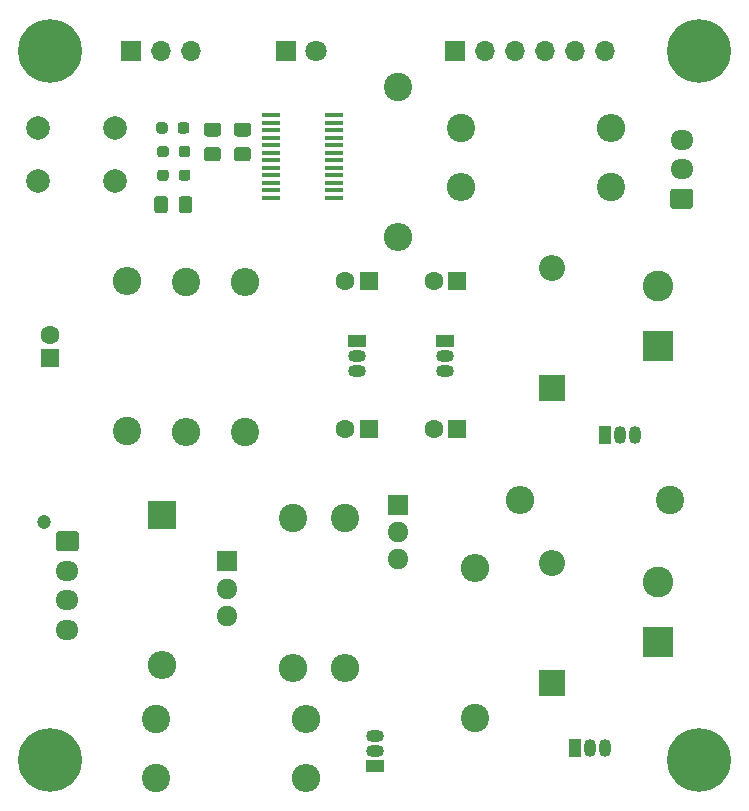
<source format=gbr>
%TF.GenerationSoftware,KiCad,Pcbnew,5.1.9*%
%TF.CreationDate,2021-01-28T19:46:00+00:00*%
%TF.ProjectId,OpenWindow_PCB,4f70656e-5769-46e6-946f-775f5043422e,rev?*%
%TF.SameCoordinates,Original*%
%TF.FileFunction,Soldermask,Top*%
%TF.FilePolarity,Negative*%
%FSLAX46Y46*%
G04 Gerber Fmt 4.6, Leading zero omitted, Abs format (unit mm)*
G04 Created by KiCad (PCBNEW 5.1.9) date 2021-01-28 19:46:00*
%MOMM*%
%LPD*%
G01*
G04 APERTURE LIST*
%ADD10C,5.400000*%
%ADD11R,2.600000X2.600000*%
%ADD12C,2.600000*%
%ADD13R,1.600000X0.410000*%
%ADD14O,1.500000X1.050000*%
%ADD15R,1.500000X1.050000*%
%ADD16R,1.600000X1.600000*%
%ADD17C,1.600000*%
%ADD18R,2.400000X2.400000*%
%ADD19O,2.400000X2.400000*%
%ADD20R,1.800000X1.800000*%
%ADD21C,1.800000*%
%ADD22O,2.200000X2.200000*%
%ADD23R,2.200000X2.200000*%
%ADD24O,1.950000X1.700000*%
%ADD25C,1.200000*%
%ADD26R,1.700000X1.700000*%
%ADD27O,1.700000X1.700000*%
%ADD28R,1.800000X1.717500*%
%ADD29O,1.800000X1.717500*%
%ADD30O,1.050000X1.500000*%
%ADD31R,1.050000X1.500000*%
%ADD32C,2.400000*%
%ADD33C,2.000000*%
G04 APERTURE END LIST*
D10*
%TO.C,REF\u002A\u002A*%
X110000000Y-95000000D03*
%TD*%
%TO.C,REF\u002A\u002A*%
X55000000Y-95000000D03*
%TD*%
%TO.C,REF\u002A\u002A*%
X55000000Y-35000000D03*
%TD*%
%TO.C,REF\u002A\u002A*%
X110000000Y-35000000D03*
%TD*%
D11*
%TO.C,J4*%
X106500000Y-60000000D03*
D12*
X106500000Y-54920000D03*
%TD*%
%TO.C,C7*%
G36*
G01*
X71795000Y-44312500D02*
X70845000Y-44312500D01*
G75*
G02*
X70595000Y-44062500I0J250000D01*
G01*
X70595000Y-43387500D01*
G75*
G02*
X70845000Y-43137500I250000J0D01*
G01*
X71795000Y-43137500D01*
G75*
G02*
X72045000Y-43387500I0J-250000D01*
G01*
X72045000Y-44062500D01*
G75*
G02*
X71795000Y-44312500I-250000J0D01*
G01*
G37*
G36*
G01*
X71795000Y-42237500D02*
X70845000Y-42237500D01*
G75*
G02*
X70595000Y-41987500I0J250000D01*
G01*
X70595000Y-41312500D01*
G75*
G02*
X70845000Y-41062500I250000J0D01*
G01*
X71795000Y-41062500D01*
G75*
G02*
X72045000Y-41312500I0J-250000D01*
G01*
X72045000Y-41987500D01*
G75*
G02*
X71795000Y-42237500I-250000J0D01*
G01*
G37*
%TD*%
D13*
%TO.C,U3*%
X79054300Y-44872500D03*
X79054300Y-44237500D03*
X73745700Y-44872500D03*
X73745700Y-44237500D03*
X79054300Y-42967500D03*
X79054300Y-43602500D03*
X73745700Y-43602500D03*
X73745700Y-42967500D03*
X73745700Y-40427500D03*
X73745700Y-41062500D03*
X73745700Y-41697500D03*
X73745700Y-42332500D03*
X73745700Y-45507500D03*
X73745700Y-46142500D03*
X73745700Y-46777500D03*
X73745700Y-47412500D03*
X79054300Y-47412500D03*
X79054300Y-46777500D03*
X79054300Y-46142500D03*
X79054300Y-45507500D03*
X79054300Y-42332500D03*
X79054300Y-41697500D03*
X79054300Y-41062500D03*
X79054300Y-40427500D03*
%TD*%
D14*
%TO.C,U1*%
X88500000Y-60770000D03*
X88500000Y-62040000D03*
D15*
X88500000Y-59500000D03*
%TD*%
%TO.C,C1*%
G36*
G01*
X63837500Y-48475000D02*
X63837500Y-47525000D01*
G75*
G02*
X64087500Y-47275000I250000J0D01*
G01*
X64762500Y-47275000D01*
G75*
G02*
X65012500Y-47525000I0J-250000D01*
G01*
X65012500Y-48475000D01*
G75*
G02*
X64762500Y-48725000I-250000J0D01*
G01*
X64087500Y-48725000D01*
G75*
G02*
X63837500Y-48475000I0J250000D01*
G01*
G37*
G36*
G01*
X65912500Y-48475000D02*
X65912500Y-47525000D01*
G75*
G02*
X66162500Y-47275000I250000J0D01*
G01*
X66837500Y-47275000D01*
G75*
G02*
X67087500Y-47525000I0J-250000D01*
G01*
X67087500Y-48475000D01*
G75*
G02*
X66837500Y-48725000I-250000J0D01*
G01*
X66162500Y-48725000D01*
G75*
G02*
X65912500Y-48475000I0J250000D01*
G01*
G37*
%TD*%
D16*
%TO.C,C2*%
X89500000Y-67000000D03*
D17*
X87500000Y-67000000D03*
%TD*%
D16*
%TO.C,C3*%
X55000000Y-61000000D03*
D17*
X55000000Y-59000000D03*
%TD*%
%TO.C,C4*%
X87500000Y-54500000D03*
D16*
X89500000Y-54500000D03*
%TD*%
%TO.C,C5*%
G36*
G01*
X69255000Y-42237500D02*
X68305000Y-42237500D01*
G75*
G02*
X68055000Y-41987500I0J250000D01*
G01*
X68055000Y-41312500D01*
G75*
G02*
X68305000Y-41062500I250000J0D01*
G01*
X69255000Y-41062500D01*
G75*
G02*
X69505000Y-41312500I0J-250000D01*
G01*
X69505000Y-41987500D01*
G75*
G02*
X69255000Y-42237500I-250000J0D01*
G01*
G37*
G36*
G01*
X69255000Y-44312500D02*
X68305000Y-44312500D01*
G75*
G02*
X68055000Y-44062500I0J250000D01*
G01*
X68055000Y-43387500D01*
G75*
G02*
X68305000Y-43137500I250000J0D01*
G01*
X69255000Y-43137500D01*
G75*
G02*
X69505000Y-43387500I0J-250000D01*
G01*
X69505000Y-44062500D01*
G75*
G02*
X69255000Y-44312500I-250000J0D01*
G01*
G37*
%TD*%
%TO.C,C6*%
X82000000Y-67000000D03*
D17*
X80000000Y-67000000D03*
%TD*%
%TO.C,C8*%
X80000000Y-54500000D03*
D16*
X82000000Y-54500000D03*
%TD*%
D18*
%TO.C,D1*%
X64500000Y-74300000D03*
D19*
X64500000Y-87000000D03*
%TD*%
D20*
%TO.C,D2*%
X75000000Y-35000000D03*
D21*
X77540000Y-35000000D03*
%TD*%
D22*
%TO.C,D3*%
X97500000Y-53340000D03*
D23*
X97500000Y-63500000D03*
%TD*%
%TO.C,D4*%
X97500000Y-88500000D03*
D22*
X97500000Y-78340000D03*
%TD*%
%TO.C,J1*%
G36*
G01*
X55775000Y-75650000D02*
X57225000Y-75650000D01*
G75*
G02*
X57475000Y-75900000I0J-250000D01*
G01*
X57475000Y-77100000D01*
G75*
G02*
X57225000Y-77350000I-250000J0D01*
G01*
X55775000Y-77350000D01*
G75*
G02*
X55525000Y-77100000I0J250000D01*
G01*
X55525000Y-75900000D01*
G75*
G02*
X55775000Y-75650000I250000J0D01*
G01*
G37*
D24*
X56500000Y-79000000D03*
X56500000Y-81500000D03*
X56500000Y-84000000D03*
D25*
X54500000Y-74900000D03*
%TD*%
D26*
%TO.C,J2*%
X61920000Y-35000000D03*
D27*
X64460000Y-35000000D03*
X67000000Y-35000000D03*
%TD*%
D26*
%TO.C,J3*%
X89340000Y-35000000D03*
D27*
X91880000Y-35000000D03*
X94420000Y-35000000D03*
X96960000Y-35000000D03*
X99500000Y-35000000D03*
X102040000Y-35000000D03*
%TD*%
%TO.C,J5*%
G36*
G01*
X109225000Y-48350000D02*
X107775000Y-48350000D01*
G75*
G02*
X107525000Y-48100000I0J250000D01*
G01*
X107525000Y-46900000D01*
G75*
G02*
X107775000Y-46650000I250000J0D01*
G01*
X109225000Y-46650000D01*
G75*
G02*
X109475000Y-46900000I0J-250000D01*
G01*
X109475000Y-48100000D01*
G75*
G02*
X109225000Y-48350000I-250000J0D01*
G01*
G37*
D24*
X108500000Y-45000000D03*
X108500000Y-42500000D03*
%TD*%
D12*
%TO.C,J6*%
X106500000Y-79920000D03*
D11*
X106500000Y-85000000D03*
%TD*%
D28*
%TO.C,Q1*%
X70000000Y-78210000D03*
D29*
X70000000Y-80500000D03*
X70000000Y-82790000D03*
%TD*%
D15*
%TO.C,Q2*%
X82500000Y-95500000D03*
D14*
X82500000Y-92960000D03*
X82500000Y-94230000D03*
%TD*%
D29*
%TO.C,Q3*%
X84500000Y-78000000D03*
X84500000Y-75710000D03*
D28*
X84500000Y-73420000D03*
%TD*%
D30*
%TO.C,Q4*%
X103270000Y-67500000D03*
X104540000Y-67500000D03*
D31*
X102000000Y-67500000D03*
%TD*%
D30*
%TO.C,Q5*%
X100770000Y-94000000D03*
X102040000Y-94000000D03*
D31*
X99500000Y-94000000D03*
%TD*%
D32*
%TO.C,R4*%
X63990000Y-91530000D03*
D19*
X76690000Y-91530000D03*
%TD*%
D32*
%TO.C,R5*%
X71500000Y-67230000D03*
D19*
X71500000Y-54530000D03*
%TD*%
D32*
%TO.C,R6*%
X66500000Y-54530000D03*
D19*
X66500000Y-67230000D03*
%TD*%
%TO.C,R7*%
X61500000Y-54500000D03*
D32*
X61500000Y-67200000D03*
%TD*%
D19*
%TO.C,R8*%
X76690000Y-96500000D03*
D32*
X63990000Y-96500000D03*
%TD*%
D19*
%TO.C,R9*%
X75560000Y-87230000D03*
D32*
X75560000Y-74530000D03*
%TD*%
%TO.C,R10*%
X80000000Y-74530000D03*
D19*
X80000000Y-87230000D03*
%TD*%
D32*
%TO.C,R11*%
X84500000Y-38000000D03*
D19*
X84500000Y-50700000D03*
%TD*%
D32*
%TO.C,R12*%
X107500000Y-73000000D03*
D19*
X94800000Y-73000000D03*
%TD*%
%TO.C,R13*%
X91000000Y-78800000D03*
D32*
X91000000Y-91500000D03*
%TD*%
D19*
%TO.C,R14*%
X102500000Y-41500000D03*
D32*
X89800000Y-41500000D03*
%TD*%
%TO.C,R15*%
X102500000Y-46500000D03*
D19*
X89800000Y-46500000D03*
%TD*%
D33*
%TO.C,SW1*%
X60500000Y-41500000D03*
X60500000Y-46000000D03*
X54000000Y-41500000D03*
X54000000Y-46000000D03*
%TD*%
D15*
%TO.C,U2*%
X81000000Y-59500000D03*
D14*
X81000000Y-62040000D03*
X81000000Y-60770000D03*
%TD*%
%TO.C,R1*%
G36*
G01*
X64100000Y-45737500D02*
X64100000Y-45262500D01*
G75*
G02*
X64337500Y-45025000I237500J0D01*
G01*
X64837500Y-45025000D01*
G75*
G02*
X65075000Y-45262500I0J-237500D01*
G01*
X65075000Y-45737500D01*
G75*
G02*
X64837500Y-45975000I-237500J0D01*
G01*
X64337500Y-45975000D01*
G75*
G02*
X64100000Y-45737500I0J237500D01*
G01*
G37*
G36*
G01*
X65925000Y-45737500D02*
X65925000Y-45262500D01*
G75*
G02*
X66162500Y-45025000I237500J0D01*
G01*
X66662500Y-45025000D01*
G75*
G02*
X66900000Y-45262500I0J-237500D01*
G01*
X66900000Y-45737500D01*
G75*
G02*
X66662500Y-45975000I-237500J0D01*
G01*
X66162500Y-45975000D01*
G75*
G02*
X65925000Y-45737500I0J237500D01*
G01*
G37*
%TD*%
%TO.C,R2*%
G36*
G01*
X65925000Y-43737500D02*
X65925000Y-43262500D01*
G75*
G02*
X66162500Y-43025000I237500J0D01*
G01*
X66662500Y-43025000D01*
G75*
G02*
X66900000Y-43262500I0J-237500D01*
G01*
X66900000Y-43737500D01*
G75*
G02*
X66662500Y-43975000I-237500J0D01*
G01*
X66162500Y-43975000D01*
G75*
G02*
X65925000Y-43737500I0J237500D01*
G01*
G37*
G36*
G01*
X64100000Y-43737500D02*
X64100000Y-43262500D01*
G75*
G02*
X64337500Y-43025000I237500J0D01*
G01*
X64837500Y-43025000D01*
G75*
G02*
X65075000Y-43262500I0J-237500D01*
G01*
X65075000Y-43737500D01*
G75*
G02*
X64837500Y-43975000I-237500J0D01*
G01*
X64337500Y-43975000D01*
G75*
G02*
X64100000Y-43737500I0J237500D01*
G01*
G37*
%TD*%
%TO.C,R3*%
G36*
G01*
X66812500Y-41262500D02*
X66812500Y-41737500D01*
G75*
G02*
X66575000Y-41975000I-237500J0D01*
G01*
X66075000Y-41975000D01*
G75*
G02*
X65837500Y-41737500I0J237500D01*
G01*
X65837500Y-41262500D01*
G75*
G02*
X66075000Y-41025000I237500J0D01*
G01*
X66575000Y-41025000D01*
G75*
G02*
X66812500Y-41262500I0J-237500D01*
G01*
G37*
G36*
G01*
X64987500Y-41262500D02*
X64987500Y-41737500D01*
G75*
G02*
X64750000Y-41975000I-237500J0D01*
G01*
X64250000Y-41975000D01*
G75*
G02*
X64012500Y-41737500I0J237500D01*
G01*
X64012500Y-41262500D01*
G75*
G02*
X64250000Y-41025000I237500J0D01*
G01*
X64750000Y-41025000D01*
G75*
G02*
X64987500Y-41262500I0J-237500D01*
G01*
G37*
%TD*%
M02*

</source>
